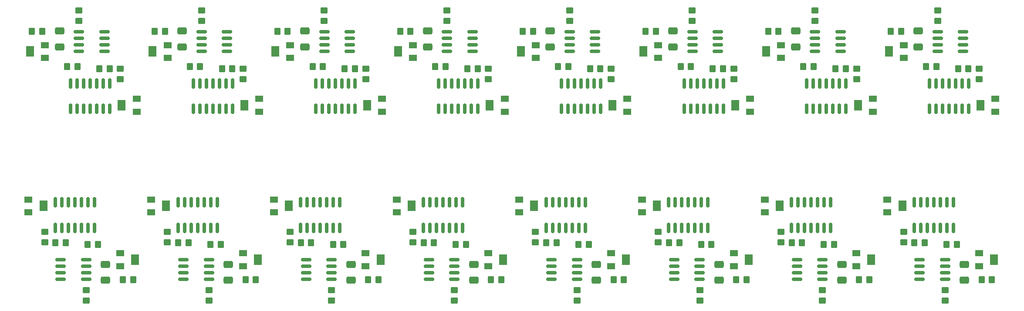
<source format=gbr>
%TF.GenerationSoftware,KiCad,Pcbnew,(6.0.7)*%
%TF.CreationDate,2022-08-12T11:14:58-05:00*%
%TF.ProjectId,SAQ-Readout,5341512d-5265-4616-946f-75742e6b6963,rev?*%
%TF.SameCoordinates,Original*%
%TF.FileFunction,Paste,Top*%
%TF.FilePolarity,Positive*%
%FSLAX46Y46*%
G04 Gerber Fmt 4.6, Leading zero omitted, Abs format (unit mm)*
G04 Created by KiCad (PCBNEW (6.0.7)) date 2022-08-12 11:14:58*
%MOMM*%
%LPD*%
G01*
G04 APERTURE LIST*
G04 Aperture macros list*
%AMRoundRect*
0 Rectangle with rounded corners*
0 $1 Rounding radius*
0 $2 $3 $4 $5 $6 $7 $8 $9 X,Y pos of 4 corners*
0 Add a 4 corners polygon primitive as box body*
4,1,4,$2,$3,$4,$5,$6,$7,$8,$9,$2,$3,0*
0 Add four circle primitives for the rounded corners*
1,1,$1+$1,$2,$3*
1,1,$1+$1,$4,$5*
1,1,$1+$1,$6,$7*
1,1,$1+$1,$8,$9*
0 Add four rect primitives between the rounded corners*
20,1,$1+$1,$2,$3,$4,$5,0*
20,1,$1+$1,$4,$5,$6,$7,0*
20,1,$1+$1,$6,$7,$8,$9,0*
20,1,$1+$1,$8,$9,$2,$3,0*%
G04 Aperture macros list end*
%ADD10RoundRect,0.250000X-0.650000X0.412500X-0.650000X-0.412500X0.650000X-0.412500X0.650000X0.412500X0*%
%ADD11RoundRect,0.250000X-0.450000X0.350000X-0.450000X-0.350000X0.450000X-0.350000X0.450000X0.350000X0*%
%ADD12R,1.600000X1.300000*%
%ADD13R,1.600000X2.000000*%
%ADD14RoundRect,0.250000X0.650000X-0.412500X0.650000X0.412500X-0.650000X0.412500X-0.650000X-0.412500X0*%
%ADD15RoundRect,0.250000X0.350000X0.450000X-0.350000X0.450000X-0.350000X-0.450000X0.350000X-0.450000X0*%
%ADD16RoundRect,0.250000X0.450000X-0.350000X0.450000X0.350000X-0.450000X0.350000X-0.450000X-0.350000X0*%
%ADD17RoundRect,0.150000X-0.825000X-0.150000X0.825000X-0.150000X0.825000X0.150000X-0.825000X0.150000X0*%
%ADD18RoundRect,0.250000X-0.350000X-0.450000X0.350000X-0.450000X0.350000X0.450000X-0.350000X0.450000X0*%
%ADD19RoundRect,0.150000X-0.150000X0.825000X-0.150000X-0.825000X0.150000X-0.825000X0.150000X0.825000X0*%
%ADD20RoundRect,0.150000X0.150000X-0.825000X0.150000X0.825000X-0.150000X0.825000X-0.150000X-0.825000X0*%
%ADD21RoundRect,0.150000X0.825000X0.150000X-0.825000X0.150000X-0.825000X-0.150000X0.825000X-0.150000X0*%
G04 APERTURE END LIST*
D10*
%TO.C,C1*%
X132147205Y-58593167D03*
X132147205Y-61718167D03*
%TD*%
D11*
%TO.C,R5*%
X185056637Y-109092067D03*
X185056637Y-111092067D03*
%TD*%
D12*
%TO.C,RV2*%
X54573757Y-91417667D03*
D13*
X57473757Y-92667667D03*
D12*
X54573757Y-93917667D03*
%TD*%
D14*
%TO.C,C1*%
X93412733Y-107158767D03*
X93412733Y-104033767D03*
%TD*%
D12*
%TO.C,RV2*%
X99433853Y-74334267D03*
D13*
X96533853Y-73084267D03*
D12*
X99433853Y-71834267D03*
%TD*%
D15*
%TO.C,R4*%
X128803805Y-58707867D03*
X126803805Y-58707867D03*
%TD*%
D12*
%TO.C,RV1*%
X120106109Y-101882467D03*
D13*
X123006109Y-103132467D03*
D12*
X120106109Y-104382467D03*
%TD*%
%TO.C,RV1*%
X105453829Y-63869467D03*
D13*
X102553829Y-62619467D03*
D12*
X105453829Y-61369467D03*
%TD*%
D16*
%TO.C,R5*%
X88204853Y-56659867D03*
X88204853Y-54659867D03*
%TD*%
D12*
%TO.C,RV1*%
X177006157Y-63869467D03*
D13*
X174106157Y-62619467D03*
D12*
X177006157Y-61369467D03*
%TD*%
%TO.C,RV2*%
X123284629Y-74334267D03*
D13*
X120384629Y-73084267D03*
D12*
X123284629Y-71834267D03*
%TD*%
D11*
%TO.C,R3*%
X200830213Y-97763667D03*
X200830213Y-99763667D03*
%TD*%
D17*
%TO.C,U2*%
X60838557Y-103183267D03*
X60838557Y-104453267D03*
X60838557Y-105723267D03*
X60838557Y-106993267D03*
X65788557Y-106993267D03*
X65788557Y-105723267D03*
X65788557Y-104453267D03*
X65788557Y-103183267D03*
%TD*%
D15*
%TO.C,R1*%
X231039509Y-65565867D03*
X229039509Y-65565867D03*
%TD*%
D12*
%TO.C,RV1*%
X167807661Y-101882467D03*
D13*
X170707661Y-103132467D03*
D12*
X167807661Y-104382467D03*
%TD*%
D17*
%TO.C,U2*%
X156241661Y-103183267D03*
X156241661Y-104453267D03*
X156241661Y-105723267D03*
X156241661Y-106993267D03*
X161191661Y-106993267D03*
X161191661Y-105723267D03*
X161191661Y-104453267D03*
X161191661Y-103183267D03*
%TD*%
D16*
%TO.C,R5*%
X112055629Y-56659867D03*
X112055629Y-54659867D03*
%TD*%
D12*
%TO.C,RV2*%
X194836957Y-74334267D03*
D13*
X191936957Y-73084267D03*
D12*
X194836957Y-71834267D03*
%TD*%
D18*
%TO.C,R2*%
X187586357Y-65946867D03*
X189586357Y-65946867D03*
%TD*%
%TO.C,R4*%
X72905357Y-107044067D03*
X74905357Y-107044067D03*
%TD*%
D15*
%TO.C,R1*%
X135636405Y-65565867D03*
X133636405Y-65565867D03*
%TD*%
D19*
%TO.C,U1*%
X115104509Y-91970667D03*
X113834509Y-91970667D03*
X112564509Y-91970667D03*
X111294509Y-91970667D03*
X110024509Y-91970667D03*
X108754509Y-91970667D03*
X107484509Y-91970667D03*
X107484509Y-96920667D03*
X108754509Y-96920667D03*
X110024509Y-96920667D03*
X111294509Y-96920667D03*
X112564509Y-96920667D03*
X113834509Y-96920667D03*
X115104509Y-96920667D03*
%TD*%
D12*
%TO.C,RV1*%
X81603053Y-63869467D03*
D13*
X78703053Y-62619467D03*
D12*
X81603053Y-61369467D03*
%TD*%
D10*
%TO.C,C1*%
X84445653Y-58593167D03*
X84445653Y-61718167D03*
%TD*%
D15*
%TO.C,R2*%
X228779789Y-99805067D03*
X226779789Y-99805067D03*
%TD*%
%TO.C,R4*%
X224206909Y-58707867D03*
X222206909Y-58707867D03*
%TD*%
D12*
%TO.C,RV2*%
X221529189Y-91417667D03*
D13*
X224429189Y-92667667D03*
D12*
X221529189Y-93917667D03*
%TD*%
D18*
%TO.C,R4*%
X120606909Y-107044067D03*
X122606909Y-107044067D03*
%TD*%
D15*
%TO.C,R2*%
X85675133Y-99805067D03*
X83675133Y-99805067D03*
%TD*%
D18*
%TO.C,R2*%
X211437133Y-65946867D03*
X213437133Y-65946867D03*
%TD*%
D12*
%TO.C,RV2*%
X149976861Y-91417667D03*
D13*
X152876861Y-92667667D03*
D12*
X149976861Y-93917667D03*
%TD*%
D11*
%TO.C,R3*%
X224680989Y-97763667D03*
X224680989Y-99763667D03*
%TD*%
D20*
%TO.C,U1*%
X182007757Y-73781267D03*
X183277757Y-73781267D03*
X184547757Y-73781267D03*
X185817757Y-73781267D03*
X187087757Y-73781267D03*
X188357757Y-73781267D03*
X189627757Y-73781267D03*
X189627757Y-68831267D03*
X188357757Y-68831267D03*
X187087757Y-68831267D03*
X185817757Y-68831267D03*
X184547757Y-68831267D03*
X183277757Y-68831267D03*
X182007757Y-68831267D03*
%TD*%
D15*
%TO.C,R4*%
X104953029Y-58707867D03*
X102953029Y-58707867D03*
%TD*%
D18*
%TO.C,R1*%
X66072757Y-100186067D03*
X68072757Y-100186067D03*
%TD*%
%TO.C,R2*%
X139884805Y-65946867D03*
X141884805Y-65946867D03*
%TD*%
D15*
%TO.C,R1*%
X64084077Y-65565867D03*
X62084077Y-65565867D03*
%TD*%
D17*
%TO.C,U2*%
X108540109Y-103183267D03*
X108540109Y-104453267D03*
X108540109Y-105723267D03*
X108540109Y-106993267D03*
X113490109Y-106993267D03*
X113490109Y-105723267D03*
X113490109Y-104453267D03*
X113490109Y-103183267D03*
%TD*%
D21*
%TO.C,U2*%
X188572157Y-62568667D03*
X188572157Y-61298667D03*
X188572157Y-60028667D03*
X188572157Y-58758667D03*
X183622157Y-58758667D03*
X183622157Y-60028667D03*
X183622157Y-61298667D03*
X183622157Y-62568667D03*
%TD*%
D12*
%TO.C,RV2*%
X197678413Y-91417667D03*
D13*
X200578413Y-92667667D03*
D12*
X197678413Y-93917667D03*
%TD*%
D16*
%TO.C,R5*%
X159757181Y-56659867D03*
X159757181Y-54659867D03*
%TD*%
D12*
%TO.C,RV1*%
X129304605Y-63869467D03*
D13*
X126404605Y-62619467D03*
D12*
X129304605Y-61369467D03*
%TD*%
D11*
%TO.C,R5*%
X208907413Y-109092067D03*
X208907413Y-111092067D03*
%TD*%
D12*
%TO.C,RV2*%
X78424533Y-91417667D03*
D13*
X81324533Y-92667667D03*
D12*
X78424533Y-93917667D03*
%TD*%
D18*
%TO.C,R1*%
X89923533Y-100186067D03*
X91923533Y-100186067D03*
%TD*%
D12*
%TO.C,RV1*%
X215509213Y-101882467D03*
D13*
X218409213Y-103132467D03*
D12*
X215509213Y-104382467D03*
%TD*%
D19*
%TO.C,U1*%
X162806061Y-91970667D03*
X161536061Y-91970667D03*
X160266061Y-91970667D03*
X158996061Y-91970667D03*
X157726061Y-91970667D03*
X156456061Y-91970667D03*
X155186061Y-91970667D03*
X155186061Y-96920667D03*
X156456061Y-96920667D03*
X157726061Y-96920667D03*
X158996061Y-96920667D03*
X160266061Y-96920667D03*
X161536061Y-96920667D03*
X162806061Y-96920667D03*
%TD*%
D18*
%TO.C,R2*%
X163735581Y-65946867D03*
X165735581Y-65946867D03*
%TD*%
D16*
%TO.C,R3*%
X72431277Y-67988267D03*
X72431277Y-65988267D03*
%TD*%
D10*
%TO.C,C1*%
X179848757Y-58593167D03*
X179848757Y-61718167D03*
%TD*%
D18*
%TO.C,R4*%
X216010013Y-107044067D03*
X218010013Y-107044067D03*
%TD*%
D21*
%TO.C,U2*%
X212422933Y-62568667D03*
X212422933Y-61298667D03*
X212422933Y-60028667D03*
X212422933Y-58758667D03*
X207472933Y-58758667D03*
X207472933Y-60028667D03*
X207472933Y-61298667D03*
X207472933Y-62568667D03*
%TD*%
D18*
%TO.C,R1*%
X137625085Y-100186067D03*
X139625085Y-100186067D03*
%TD*%
D19*
%TO.C,U1*%
X234358389Y-91970667D03*
X233088389Y-91970667D03*
X231818389Y-91970667D03*
X230548389Y-91970667D03*
X229278389Y-91970667D03*
X228008389Y-91970667D03*
X226738389Y-91970667D03*
X226738389Y-96920667D03*
X228008389Y-96920667D03*
X229278389Y-96920667D03*
X230548389Y-96920667D03*
X231818389Y-96920667D03*
X233088389Y-96920667D03*
X234358389Y-96920667D03*
%TD*%
D18*
%TO.C,R1*%
X209177413Y-100186067D03*
X211177413Y-100186067D03*
%TD*%
D16*
%TO.C,R3*%
X215535933Y-67988267D03*
X215535933Y-65988267D03*
%TD*%
D11*
%TO.C,R5*%
X65802757Y-109092067D03*
X65802757Y-111092067D03*
%TD*%
D17*
%TO.C,U2*%
X84689333Y-103183267D03*
X84689333Y-104453267D03*
X84689333Y-105723267D03*
X84689333Y-106993267D03*
X89639333Y-106993267D03*
X89639333Y-105723267D03*
X89639333Y-104453267D03*
X89639333Y-103183267D03*
%TD*%
%TO.C,U2*%
X180092437Y-103183267D03*
X180092437Y-104453267D03*
X180092437Y-105723267D03*
X180092437Y-106993267D03*
X185042437Y-106993267D03*
X185042437Y-105723267D03*
X185042437Y-104453267D03*
X185042437Y-103183267D03*
%TD*%
D14*
%TO.C,C1*%
X141114285Y-107158767D03*
X141114285Y-104033767D03*
%TD*%
D10*
%TO.C,C1*%
X227550309Y-58593167D03*
X227550309Y-61718167D03*
%TD*%
D11*
%TO.C,R5*%
X161205861Y-109092067D03*
X161205861Y-111092067D03*
%TD*%
D20*
%TO.C,U1*%
X62753877Y-73781267D03*
X64023877Y-73781267D03*
X65293877Y-73781267D03*
X66563877Y-73781267D03*
X67833877Y-73781267D03*
X69103877Y-73781267D03*
X70373877Y-73781267D03*
X70373877Y-68831267D03*
X69103877Y-68831267D03*
X67833877Y-68831267D03*
X66563877Y-68831267D03*
X65293877Y-68831267D03*
X64023877Y-68831267D03*
X62753877Y-68831267D03*
%TD*%
D15*
%TO.C,R2*%
X109525909Y-99805067D03*
X107525909Y-99805067D03*
%TD*%
%TO.C,R4*%
X200356133Y-58707867D03*
X198356133Y-58707867D03*
%TD*%
D10*
%TO.C,C1*%
X203699533Y-58593167D03*
X203699533Y-61718167D03*
%TD*%
D12*
%TO.C,RV1*%
X191658437Y-101882467D03*
D13*
X194558437Y-103132467D03*
D12*
X191658437Y-104382467D03*
%TD*%
D16*
%TO.C,R3*%
X120132829Y-67988267D03*
X120132829Y-65988267D03*
%TD*%
%TO.C,R5*%
X64354077Y-56659867D03*
X64354077Y-54659867D03*
%TD*%
%TO.C,R5*%
X207458733Y-56659867D03*
X207458733Y-54659867D03*
%TD*%
D15*
%TO.C,R2*%
X157227461Y-99805067D03*
X155227461Y-99805067D03*
%TD*%
D19*
%TO.C,U1*%
X138955285Y-91970667D03*
X137685285Y-91970667D03*
X136415285Y-91970667D03*
X135145285Y-91970667D03*
X133875285Y-91970667D03*
X132605285Y-91970667D03*
X131335285Y-91970667D03*
X131335285Y-96920667D03*
X132605285Y-96920667D03*
X133875285Y-96920667D03*
X135145285Y-96920667D03*
X136415285Y-96920667D03*
X137685285Y-96920667D03*
X138955285Y-96920667D03*
%TD*%
D12*
%TO.C,RV2*%
X170986181Y-74334267D03*
D13*
X168086181Y-73084267D03*
D12*
X170986181Y-71834267D03*
%TD*%
D18*
%TO.C,R1*%
X185326637Y-100186067D03*
X187326637Y-100186067D03*
%TD*%
D10*
%TO.C,C1*%
X108296429Y-58593167D03*
X108296429Y-61718167D03*
%TD*%
D12*
%TO.C,RV1*%
X96255333Y-101882467D03*
D13*
X99155333Y-103132467D03*
D12*
X96255333Y-104382467D03*
%TD*%
D19*
%TO.C,U1*%
X210507613Y-91970667D03*
X209237613Y-91970667D03*
X207967613Y-91970667D03*
X206697613Y-91970667D03*
X205427613Y-91970667D03*
X204157613Y-91970667D03*
X202887613Y-91970667D03*
X202887613Y-96920667D03*
X204157613Y-96920667D03*
X205427613Y-96920667D03*
X206697613Y-96920667D03*
X207967613Y-96920667D03*
X209237613Y-96920667D03*
X210507613Y-96920667D03*
%TD*%
D15*
%TO.C,R2*%
X61824357Y-99805067D03*
X59824357Y-99805067D03*
%TD*%
D18*
%TO.C,R4*%
X192159237Y-107044067D03*
X194159237Y-107044067D03*
%TD*%
%TO.C,R1*%
X113774309Y-100186067D03*
X115774309Y-100186067D03*
%TD*%
D15*
%TO.C,R2*%
X181078237Y-99805067D03*
X179078237Y-99805067D03*
%TD*%
D20*
%TO.C,U1*%
X110455429Y-73781267D03*
X111725429Y-73781267D03*
X112995429Y-73781267D03*
X114265429Y-73781267D03*
X115535429Y-73781267D03*
X116805429Y-73781267D03*
X118075429Y-73781267D03*
X118075429Y-68831267D03*
X116805429Y-68831267D03*
X115535429Y-68831267D03*
X114265429Y-68831267D03*
X112995429Y-68831267D03*
X111725429Y-68831267D03*
X110455429Y-68831267D03*
%TD*%
D10*
%TO.C,C1*%
X155997981Y-58593167D03*
X155997981Y-61718167D03*
%TD*%
D18*
%TO.C,R4*%
X168308461Y-107044067D03*
X170308461Y-107044067D03*
%TD*%
D11*
%TO.C,R3*%
X129277885Y-97763667D03*
X129277885Y-99763667D03*
%TD*%
D12*
%TO.C,RV2*%
X173827637Y-91417667D03*
D13*
X176727637Y-92667667D03*
D12*
X173827637Y-93917667D03*
%TD*%
D19*
%TO.C,U1*%
X186656837Y-91970667D03*
X185386837Y-91970667D03*
X184116837Y-91970667D03*
X182846837Y-91970667D03*
X181576837Y-91970667D03*
X180306837Y-91970667D03*
X179036837Y-91970667D03*
X179036837Y-96920667D03*
X180306837Y-96920667D03*
X181576837Y-96920667D03*
X182846837Y-96920667D03*
X184116837Y-96920667D03*
X185386837Y-96920667D03*
X186656837Y-96920667D03*
%TD*%
D10*
%TO.C,C1*%
X60594877Y-58593167D03*
X60594877Y-61718167D03*
%TD*%
D20*
%TO.C,U1*%
X205858533Y-73781267D03*
X207128533Y-73781267D03*
X208398533Y-73781267D03*
X209668533Y-73781267D03*
X210938533Y-73781267D03*
X212208533Y-73781267D03*
X213478533Y-73781267D03*
X213478533Y-68831267D03*
X212208533Y-68831267D03*
X210938533Y-68831267D03*
X209668533Y-68831267D03*
X208398533Y-68831267D03*
X207128533Y-68831267D03*
X205858533Y-68831267D03*
%TD*%
D15*
%TO.C,R4*%
X57251477Y-58707867D03*
X55251477Y-58707867D03*
%TD*%
D21*
%TO.C,U2*%
X164721381Y-62568667D03*
X164721381Y-61298667D03*
X164721381Y-60028667D03*
X164721381Y-58758667D03*
X159771381Y-58758667D03*
X159771381Y-60028667D03*
X159771381Y-61298667D03*
X159771381Y-62568667D03*
%TD*%
D18*
%TO.C,R2*%
X68332477Y-65946867D03*
X70332477Y-65946867D03*
%TD*%
D11*
%TO.C,R3*%
X153128661Y-97763667D03*
X153128661Y-99763667D03*
%TD*%
D19*
%TO.C,U1*%
X67402957Y-91970667D03*
X66132957Y-91970667D03*
X64862957Y-91970667D03*
X63592957Y-91970667D03*
X62322957Y-91970667D03*
X61052957Y-91970667D03*
X59782957Y-91970667D03*
X59782957Y-96920667D03*
X61052957Y-96920667D03*
X62322957Y-96920667D03*
X63592957Y-96920667D03*
X64862957Y-96920667D03*
X66132957Y-96920667D03*
X67402957Y-96920667D03*
%TD*%
D16*
%TO.C,R5*%
X183607957Y-56659867D03*
X183607957Y-54659867D03*
%TD*%
D18*
%TO.C,R4*%
X239860789Y-107044067D03*
X241860789Y-107044067D03*
%TD*%
D12*
%TO.C,RV2*%
X218687733Y-74334267D03*
D13*
X215787733Y-73084267D03*
D12*
X218687733Y-71834267D03*
%TD*%
D21*
%TO.C,U2*%
X236273709Y-62568667D03*
X236273709Y-61298667D03*
X236273709Y-60028667D03*
X236273709Y-58758667D03*
X231323709Y-58758667D03*
X231323709Y-60028667D03*
X231323709Y-61298667D03*
X231323709Y-62568667D03*
%TD*%
%TO.C,U2*%
X140870605Y-62568667D03*
X140870605Y-61298667D03*
X140870605Y-60028667D03*
X140870605Y-58758667D03*
X135920605Y-58758667D03*
X135920605Y-60028667D03*
X135920605Y-61298667D03*
X135920605Y-62568667D03*
%TD*%
D15*
%TO.C,R1*%
X207188733Y-65565867D03*
X205188733Y-65565867D03*
%TD*%
D12*
%TO.C,RV1*%
X153155381Y-63869467D03*
D13*
X150255381Y-62619467D03*
D12*
X153155381Y-61369467D03*
%TD*%
D18*
%TO.C,R2*%
X116034029Y-65946867D03*
X118034029Y-65946867D03*
%TD*%
D16*
%TO.C,R3*%
X239386709Y-67988267D03*
X239386709Y-65988267D03*
%TD*%
D18*
%TO.C,R4*%
X144457685Y-107044067D03*
X146457685Y-107044067D03*
%TD*%
D16*
%TO.C,R5*%
X135906405Y-56659867D03*
X135906405Y-54659867D03*
%TD*%
D18*
%TO.C,R2*%
X235287909Y-65946867D03*
X237287909Y-65946867D03*
%TD*%
%TO.C,R4*%
X96756133Y-107044067D03*
X98756133Y-107044067D03*
%TD*%
%TO.C,R1*%
X233028189Y-100186067D03*
X235028189Y-100186067D03*
%TD*%
D11*
%TO.C,R5*%
X113504309Y-109092067D03*
X113504309Y-111092067D03*
%TD*%
D16*
%TO.C,R3*%
X191685157Y-67988267D03*
X191685157Y-65988267D03*
%TD*%
D15*
%TO.C,R1*%
X87934853Y-65565867D03*
X85934853Y-65565867D03*
%TD*%
%TO.C,R1*%
X159487181Y-65565867D03*
X157487181Y-65565867D03*
%TD*%
D19*
%TO.C,U1*%
X91253733Y-91970667D03*
X89983733Y-91970667D03*
X88713733Y-91970667D03*
X87443733Y-91970667D03*
X86173733Y-91970667D03*
X84903733Y-91970667D03*
X83633733Y-91970667D03*
X83633733Y-96920667D03*
X84903733Y-96920667D03*
X86173733Y-96920667D03*
X87443733Y-96920667D03*
X88713733Y-96920667D03*
X89983733Y-96920667D03*
X91253733Y-96920667D03*
%TD*%
D11*
%TO.C,R3*%
X105427109Y-97763667D03*
X105427109Y-99763667D03*
%TD*%
%TO.C,R3*%
X176979437Y-97763667D03*
X176979437Y-99763667D03*
%TD*%
%TO.C,R5*%
X232758189Y-109092067D03*
X232758189Y-111092067D03*
%TD*%
D14*
%TO.C,C1*%
X236517389Y-107158767D03*
X236517389Y-104033767D03*
%TD*%
%TO.C,C1*%
X164965061Y-107158767D03*
X164965061Y-104033767D03*
%TD*%
%TO.C,C1*%
X69561957Y-107158767D03*
X69561957Y-104033767D03*
%TD*%
D12*
%TO.C,RV1*%
X239359989Y-101882467D03*
D13*
X242259989Y-103132467D03*
D12*
X239359989Y-104382467D03*
%TD*%
D14*
%TO.C,C1*%
X212666613Y-107158767D03*
X212666613Y-104033767D03*
%TD*%
D15*
%TO.C,R2*%
X133376685Y-99805067D03*
X131376685Y-99805067D03*
%TD*%
%TO.C,R4*%
X176505357Y-58707867D03*
X174505357Y-58707867D03*
%TD*%
D14*
%TO.C,C1*%
X188815837Y-107158767D03*
X188815837Y-104033767D03*
%TD*%
D15*
%TO.C,R1*%
X111785629Y-65565867D03*
X109785629Y-65565867D03*
%TD*%
D17*
%TO.C,U2*%
X203943213Y-103183267D03*
X203943213Y-104453267D03*
X203943213Y-105723267D03*
X203943213Y-106993267D03*
X208893213Y-106993267D03*
X208893213Y-105723267D03*
X208893213Y-104453267D03*
X208893213Y-103183267D03*
%TD*%
D12*
%TO.C,RV1*%
X72404557Y-101882467D03*
D13*
X75304557Y-103132467D03*
D12*
X72404557Y-104382467D03*
%TD*%
D20*
%TO.C,U1*%
X229709309Y-73781267D03*
X230979309Y-73781267D03*
X232249309Y-73781267D03*
X233519309Y-73781267D03*
X234789309Y-73781267D03*
X236059309Y-73781267D03*
X237329309Y-73781267D03*
X237329309Y-68831267D03*
X236059309Y-68831267D03*
X234789309Y-68831267D03*
X233519309Y-68831267D03*
X232249309Y-68831267D03*
X230979309Y-68831267D03*
X229709309Y-68831267D03*
%TD*%
D21*
%TO.C,U2*%
X117019829Y-62568667D03*
X117019829Y-61298667D03*
X117019829Y-60028667D03*
X117019829Y-58758667D03*
X112069829Y-58758667D03*
X112069829Y-60028667D03*
X112069829Y-61298667D03*
X112069829Y-62568667D03*
%TD*%
D12*
%TO.C,RV2*%
X102275309Y-91417667D03*
D13*
X105175309Y-92667667D03*
D12*
X102275309Y-93917667D03*
%TD*%
D20*
%TO.C,U1*%
X158156981Y-73781267D03*
X159426981Y-73781267D03*
X160696981Y-73781267D03*
X161966981Y-73781267D03*
X163236981Y-73781267D03*
X164506981Y-73781267D03*
X165776981Y-73781267D03*
X165776981Y-68831267D03*
X164506981Y-68831267D03*
X163236981Y-68831267D03*
X161966981Y-68831267D03*
X160696981Y-68831267D03*
X159426981Y-68831267D03*
X158156981Y-68831267D03*
%TD*%
D11*
%TO.C,R5*%
X89653533Y-109092067D03*
X89653533Y-111092067D03*
%TD*%
D16*
%TO.C,R3*%
X96282053Y-67988267D03*
X96282053Y-65988267D03*
%TD*%
D21*
%TO.C,U2*%
X69318277Y-62568667D03*
X69318277Y-61298667D03*
X69318277Y-60028667D03*
X69318277Y-58758667D03*
X64368277Y-58758667D03*
X64368277Y-60028667D03*
X64368277Y-61298667D03*
X64368277Y-62568667D03*
%TD*%
D12*
%TO.C,RV2*%
X147135405Y-74334267D03*
D13*
X144235405Y-73084267D03*
D12*
X147135405Y-71834267D03*
%TD*%
D15*
%TO.C,R2*%
X204929013Y-99805067D03*
X202929013Y-99805067D03*
%TD*%
D16*
%TO.C,R5*%
X231309509Y-56659867D03*
X231309509Y-54659867D03*
%TD*%
%TO.C,R3*%
X143983605Y-67988267D03*
X143983605Y-65988267D03*
%TD*%
D15*
%TO.C,R4*%
X81102253Y-58707867D03*
X79102253Y-58707867D03*
%TD*%
D12*
%TO.C,RV1*%
X57752277Y-63869467D03*
D13*
X54852277Y-62619467D03*
D12*
X57752277Y-61369467D03*
%TD*%
%TO.C,RV1*%
X143956885Y-101882467D03*
D13*
X146856885Y-103132467D03*
D12*
X143956885Y-104382467D03*
%TD*%
D21*
%TO.C,U2*%
X93169053Y-62568667D03*
X93169053Y-61298667D03*
X93169053Y-60028667D03*
X93169053Y-58758667D03*
X88219053Y-58758667D03*
X88219053Y-60028667D03*
X88219053Y-61298667D03*
X88219053Y-62568667D03*
%TD*%
D12*
%TO.C,RV2*%
X126126085Y-91417667D03*
D13*
X129026085Y-92667667D03*
D12*
X126126085Y-93917667D03*
%TD*%
D14*
%TO.C,C1*%
X117263509Y-107158767D03*
X117263509Y-104033767D03*
%TD*%
D12*
%TO.C,RV1*%
X224707709Y-63869467D03*
D13*
X221807709Y-62619467D03*
D12*
X224707709Y-61369467D03*
%TD*%
D18*
%TO.C,R2*%
X92183253Y-65946867D03*
X94183253Y-65946867D03*
%TD*%
D12*
%TO.C,RV1*%
X200856933Y-63869467D03*
D13*
X197956933Y-62619467D03*
D12*
X200856933Y-61369467D03*
%TD*%
D20*
%TO.C,U1*%
X86604653Y-73781267D03*
X87874653Y-73781267D03*
X89144653Y-73781267D03*
X90414653Y-73781267D03*
X91684653Y-73781267D03*
X92954653Y-73781267D03*
X94224653Y-73781267D03*
X94224653Y-68831267D03*
X92954653Y-68831267D03*
X91684653Y-68831267D03*
X90414653Y-68831267D03*
X89144653Y-68831267D03*
X87874653Y-68831267D03*
X86604653Y-68831267D03*
%TD*%
D12*
%TO.C,RV2*%
X75583077Y-74334267D03*
D13*
X72683077Y-73084267D03*
D12*
X75583077Y-71834267D03*
%TD*%
D17*
%TO.C,U2*%
X132390885Y-103183267D03*
X132390885Y-104453267D03*
X132390885Y-105723267D03*
X132390885Y-106993267D03*
X137340885Y-106993267D03*
X137340885Y-105723267D03*
X137340885Y-104453267D03*
X137340885Y-103183267D03*
%TD*%
D18*
%TO.C,R1*%
X161475861Y-100186067D03*
X163475861Y-100186067D03*
%TD*%
D11*
%TO.C,R3*%
X57725557Y-97763667D03*
X57725557Y-99763667D03*
%TD*%
D20*
%TO.C,U1*%
X134306205Y-73781267D03*
X135576205Y-73781267D03*
X136846205Y-73781267D03*
X138116205Y-73781267D03*
X139386205Y-73781267D03*
X140656205Y-73781267D03*
X141926205Y-73781267D03*
X141926205Y-68831267D03*
X140656205Y-68831267D03*
X139386205Y-68831267D03*
X138116205Y-68831267D03*
X136846205Y-68831267D03*
X135576205Y-68831267D03*
X134306205Y-68831267D03*
%TD*%
D16*
%TO.C,R3*%
X167834381Y-67988267D03*
X167834381Y-65988267D03*
%TD*%
D12*
%TO.C,RV2*%
X242538509Y-74334267D03*
D13*
X239638509Y-73084267D03*
D12*
X242538509Y-71834267D03*
%TD*%
D15*
%TO.C,R4*%
X152654581Y-58707867D03*
X150654581Y-58707867D03*
%TD*%
D17*
%TO.C,U2*%
X227793989Y-103183267D03*
X227793989Y-104453267D03*
X227793989Y-105723267D03*
X227793989Y-106993267D03*
X232743989Y-106993267D03*
X232743989Y-105723267D03*
X232743989Y-104453267D03*
X232743989Y-103183267D03*
%TD*%
D15*
%TO.C,R1*%
X183337957Y-65565867D03*
X181337957Y-65565867D03*
%TD*%
D11*
%TO.C,R5*%
X137355085Y-109092067D03*
X137355085Y-111092067D03*
%TD*%
%TO.C,R3*%
X81576333Y-97763667D03*
X81576333Y-99763667D03*
%TD*%
M02*

</source>
